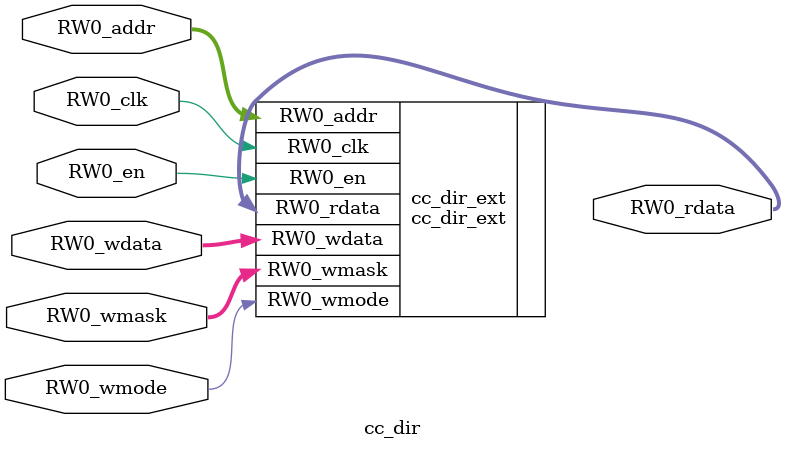
<source format=sv>
`ifndef RANDOMIZE
  `ifdef RANDOMIZE_REG_INIT
    `define RANDOMIZE
  `endif // RANDOMIZE_REG_INIT
`endif // not def RANDOMIZE
`ifndef RANDOMIZE
  `ifdef RANDOMIZE_MEM_INIT
    `define RANDOMIZE
  `endif // RANDOMIZE_MEM_INIT
`endif // not def RANDOMIZE

`ifndef RANDOM
  `define RANDOM $random
`endif // not def RANDOM

// Users can define 'PRINTF_COND' to add an extra gate to prints.
`ifndef PRINTF_COND_
  `ifdef PRINTF_COND
    `define PRINTF_COND_ (`PRINTF_COND)
  `else  // PRINTF_COND
    `define PRINTF_COND_ 1
  `endif // PRINTF_COND
`endif // not def PRINTF_COND_

// Users can define 'ASSERT_VERBOSE_COND' to add an extra gate to assert error printing.
`ifndef ASSERT_VERBOSE_COND_
  `ifdef ASSERT_VERBOSE_COND
    `define ASSERT_VERBOSE_COND_ (`ASSERT_VERBOSE_COND)
  `else  // ASSERT_VERBOSE_COND
    `define ASSERT_VERBOSE_COND_ 1
  `endif // ASSERT_VERBOSE_COND
`endif // not def ASSERT_VERBOSE_COND_

// Users can define 'STOP_COND' to add an extra gate to stop conditions.
`ifndef STOP_COND_
  `ifdef STOP_COND
    `define STOP_COND_ (`STOP_COND)
  `else  // STOP_COND
    `define STOP_COND_ 1
  `endif // STOP_COND
`endif // not def STOP_COND_

// Users can define INIT_RANDOM as general code that gets injected into the
// initializer block for modules with registers.
`ifndef INIT_RANDOM
  `define INIT_RANDOM
`endif // not def INIT_RANDOM

// If using random initialization, you can also define RANDOMIZE_DELAY to
// customize the delay used, otherwise 0.002 is used.
`ifndef RANDOMIZE_DELAY
  `define RANDOMIZE_DELAY 0.002
`endif // not def RANDOMIZE_DELAY

// Define INIT_RANDOM_PROLOG_ for use in our modules below.
`ifndef INIT_RANDOM_PROLOG_
  `ifdef RANDOMIZE
    `ifdef VERILATOR
      `define INIT_RANDOM_PROLOG_ `INIT_RANDOM
    `else  // VERILATOR
      `define INIT_RANDOM_PROLOG_ `INIT_RANDOM #`RANDOMIZE_DELAY begin end
    `endif // VERILATOR
  `else  // RANDOMIZE
    `define INIT_RANDOM_PROLOG_
  `endif // RANDOMIZE
`endif // not def INIT_RANDOM_PROLOG_

module cc_dir(	// @[DescribedSRAM.scala:17:26]
  input  [6:0]    RW0_addr,
  input           RW0_en,
                  RW0_clk,
                  RW0_wmode,
  input  [1383:0] RW0_wdata,
  input  [7:0]    RW0_wmask,
  output [1383:0] RW0_rdata
);

  cc_dir_ext cc_dir_ext (	// @[DescribedSRAM.scala:17:26]
    .RW0_addr  (RW0_addr),
    .RW0_en    (RW0_en),
    .RW0_clk   (RW0_clk),
    .RW0_wmode (RW0_wmode),
    .RW0_wdata (RW0_wdata),
    .RW0_wmask (RW0_wmask),
    .RW0_rdata (RW0_rdata)
  );
endmodule


</source>
